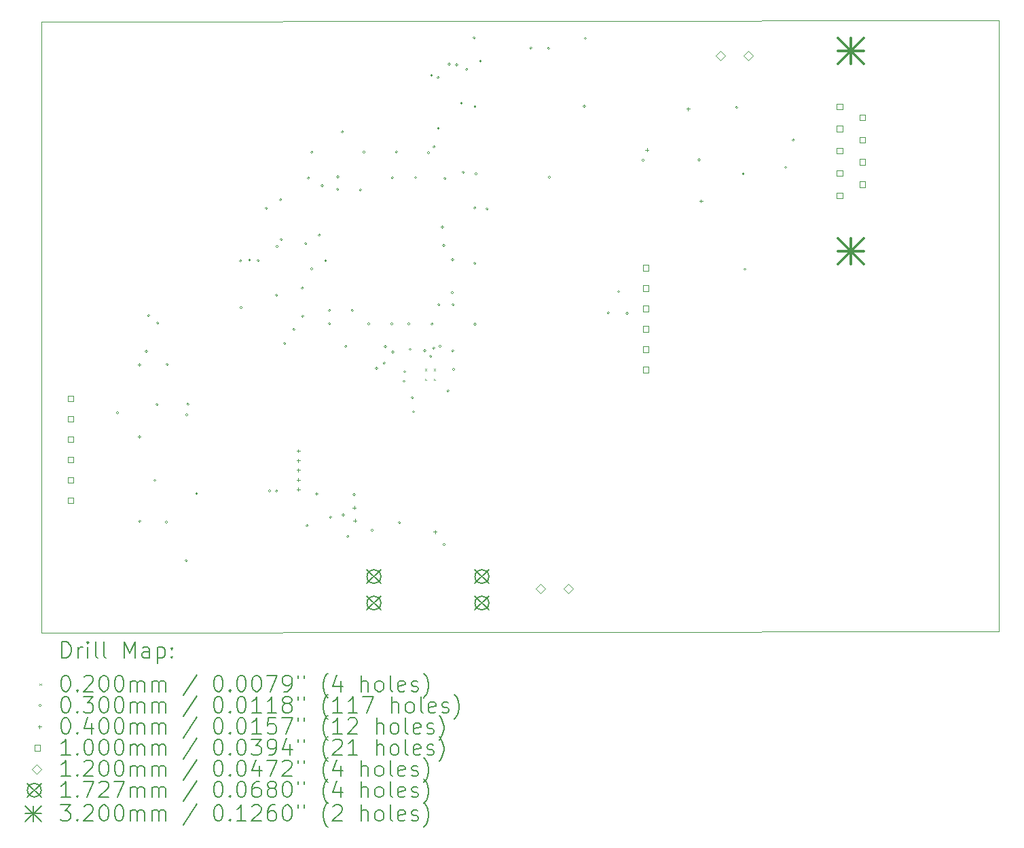
<source format=gbr>
%FSLAX45Y45*%
G04 Gerber Fmt 4.5, Leading zero omitted, Abs format (unit mm)*
G04 Created by KiCad (PCBNEW (6.0.0-0)) date 2023-02-02 14:05:24*
%MOMM*%
%LPD*%
G01*
G04 APERTURE LIST*
%TA.AperFunction,Profile*%
%ADD10C,0.100000*%
%TD*%
%ADD11C,0.200000*%
%ADD12C,0.020000*%
%ADD13C,0.030000*%
%ADD14C,0.040000*%
%ADD15C,0.100000*%
%ADD16C,0.120000*%
%ADD17C,0.172720*%
%ADD18C,0.320000*%
G04 APERTURE END LIST*
D10*
X1524000Y-10668000D02*
X13462000Y-10652760D01*
X1524000Y-3048000D02*
X1524000Y-10668000D01*
X13462000Y-10652760D02*
X13462000Y-3032760D01*
X13462000Y-3032760D02*
X1524000Y-3048000D01*
D11*
D12*
X6305320Y-7379860D02*
X6325320Y-7399860D01*
X6325320Y-7379860D02*
X6305320Y-7399860D01*
X6305320Y-7504860D02*
X6325320Y-7524860D01*
X6325320Y-7504860D02*
X6305320Y-7524860D01*
X6415320Y-7379860D02*
X6435320Y-7399860D01*
X6435320Y-7379860D02*
X6415320Y-7399860D01*
X6415320Y-7504860D02*
X6435320Y-7524860D01*
X6435320Y-7504860D02*
X6415320Y-7524860D01*
D13*
X2485480Y-7927340D02*
G75*
G03*
X2485480Y-7927340I-15000J0D01*
G01*
X2759800Y-7330440D02*
G75*
G03*
X2759800Y-7330440I-15000J0D01*
G01*
X2759800Y-8227060D02*
G75*
G03*
X2759800Y-8227060I-15000J0D01*
G01*
X2762340Y-9278620D02*
G75*
G03*
X2762340Y-9278620I-15000J0D01*
G01*
X2846160Y-7160260D02*
G75*
G03*
X2846160Y-7160260I-15000J0D01*
G01*
X2871560Y-6715760D02*
G75*
G03*
X2871560Y-6715760I-15000J0D01*
G01*
X2950300Y-8770620D02*
G75*
G03*
X2950300Y-8770620I-15000J0D01*
G01*
X2978240Y-7823200D02*
G75*
G03*
X2978240Y-7823200I-15000J0D01*
G01*
X2985860Y-6807200D02*
G75*
G03*
X2985860Y-6807200I-15000J0D01*
G01*
X3095080Y-9288780D02*
G75*
G03*
X3095080Y-9288780I-15000J0D01*
G01*
X3105240Y-7325360D02*
G75*
G03*
X3105240Y-7325360I-15000J0D01*
G01*
X3342400Y-9771380D02*
G75*
G03*
X3342400Y-9771380I-15000J0D01*
G01*
X3346540Y-7952740D02*
G75*
G03*
X3346540Y-7952740I-15000J0D01*
G01*
X3362720Y-7818120D02*
G75*
G03*
X3362720Y-7818120I-15000J0D01*
G01*
X3471000Y-8933180D02*
G75*
G03*
X3471000Y-8933180I-15000J0D01*
G01*
X4020580Y-6032500D02*
G75*
G03*
X4020580Y-6032500I-15000J0D01*
G01*
X4025660Y-6616700D02*
G75*
G03*
X4025660Y-6616700I-15000J0D01*
G01*
X4132340Y-6022340D02*
G75*
G03*
X4132340Y-6022340I-15000J0D01*
G01*
X4239020Y-6027420D02*
G75*
G03*
X4239020Y-6027420I-15000J0D01*
G01*
X4340620Y-5377180D02*
G75*
G03*
X4340620Y-5377180I-15000J0D01*
G01*
X4380360Y-8901800D02*
G75*
G03*
X4380360Y-8901800I-15000J0D01*
G01*
X4467620Y-6459220D02*
G75*
G03*
X4467620Y-6459220I-15000J0D01*
G01*
X4468520Y-8901800D02*
G75*
G03*
X4468520Y-8901800I-15000J0D01*
G01*
X4475240Y-5852160D02*
G75*
G03*
X4475240Y-5852160I-15000J0D01*
G01*
X4520850Y-5270500D02*
G75*
G03*
X4520850Y-5270500I-15000J0D01*
G01*
X4528580Y-5765800D02*
G75*
G03*
X4528580Y-5765800I-15000J0D01*
G01*
X4569220Y-7061200D02*
G75*
G03*
X4569220Y-7061200I-15000J0D01*
G01*
X4683520Y-6886050D02*
G75*
G03*
X4683520Y-6886050I-15000J0D01*
G01*
X4790200Y-6370320D02*
G75*
G03*
X4790200Y-6370320I-15000J0D01*
G01*
X4795280Y-6723380D02*
G75*
G03*
X4795280Y-6723380I-15000J0D01*
G01*
X4830950Y-5816600D02*
G75*
G03*
X4830950Y-5816600I-15000J0D01*
G01*
X4848941Y-9334166D02*
G75*
G03*
X4848941Y-9334166I-15000J0D01*
G01*
X4866510Y-4998720D02*
G75*
G03*
X4866510Y-4998720I-15000J0D01*
G01*
X4907150Y-6131560D02*
G75*
G03*
X4907150Y-6131560I-15000J0D01*
G01*
X4909580Y-4678680D02*
G75*
G03*
X4909580Y-4678680I-15000J0D01*
G01*
X5001020Y-5709920D02*
G75*
G03*
X5001020Y-5709920I-15000J0D01*
G01*
X5039120Y-5095240D02*
G75*
G03*
X5039120Y-5095240I-15000J0D01*
G01*
X5079760Y-6032500D02*
G75*
G03*
X5079760Y-6032500I-15000J0D01*
G01*
X5128020Y-6649720D02*
G75*
G03*
X5128020Y-6649720I-15000J0D01*
G01*
X5128020Y-6817360D02*
G75*
G03*
X5128020Y-6817360I-15000J0D01*
G01*
X5141041Y-9227486D02*
G75*
G03*
X5141041Y-9227486I-15000J0D01*
G01*
X5229620Y-5140960D02*
G75*
G03*
X5229620Y-5140960I-15000J0D01*
G01*
X5232160Y-4986020D02*
G75*
G03*
X5232160Y-4986020I-15000J0D01*
G01*
X5290580Y-4424680D02*
G75*
G03*
X5290580Y-4424680I-15000J0D01*
G01*
X5299201Y-9201986D02*
G75*
G03*
X5299201Y-9201986I-15000J0D01*
G01*
X5331220Y-7099300D02*
G75*
G03*
X5331220Y-7099300I-15000J0D01*
G01*
X5355950Y-9469555D02*
G75*
G03*
X5355950Y-9469555I-15000J0D01*
G01*
X5412390Y-6649720D02*
G75*
G03*
X5412390Y-6649720I-15000J0D01*
G01*
X5436000Y-8948800D02*
G75*
G03*
X5436000Y-8948800I-15000J0D01*
G01*
X5513990Y-5146040D02*
G75*
G03*
X5513990Y-5146040I-15000J0D01*
G01*
X5559820Y-4676140D02*
G75*
G03*
X5559820Y-4676140I-15000J0D01*
G01*
X5618240Y-6817360D02*
G75*
G03*
X5618240Y-6817360I-15000J0D01*
G01*
X5659520Y-9390760D02*
G75*
G03*
X5659520Y-9390760I-15000J0D01*
G01*
X5714760Y-7373620D02*
G75*
G03*
X5714760Y-7373620I-15000J0D01*
G01*
X5808740Y-7307580D02*
G75*
G03*
X5808740Y-7307580I-15000J0D01*
G01*
X5823980Y-7101840D02*
G75*
G03*
X5823980Y-7101840I-15000J0D01*
G01*
X5905150Y-6819900D02*
G75*
G03*
X5905150Y-6819900I-15000J0D01*
G01*
X5910450Y-4996180D02*
G75*
G03*
X5910450Y-4996180I-15000J0D01*
G01*
X5917960Y-7167880D02*
G75*
G03*
X5917960Y-7167880I-15000J0D01*
G01*
X5963680Y-4673600D02*
G75*
G03*
X5963680Y-4673600I-15000J0D01*
G01*
X5999880Y-9296780D02*
G75*
G03*
X5999880Y-9296780I-15000J0D01*
G01*
X6057660Y-7533640D02*
G75*
G03*
X6057660Y-7533640I-15000J0D01*
G01*
X6065280Y-7414260D02*
G75*
G03*
X6065280Y-7414260I-15000J0D01*
G01*
X6116080Y-6817360D02*
G75*
G03*
X6116080Y-6817360I-15000J0D01*
G01*
X6133860Y-7134860D02*
G75*
G03*
X6133860Y-7134860I-15000J0D01*
G01*
X6161800Y-7739380D02*
G75*
G03*
X6161800Y-7739380I-15000J0D01*
G01*
X6177040Y-7914640D02*
G75*
G03*
X6177040Y-7914640I-15000J0D01*
G01*
X6202440Y-4993640D02*
G75*
G03*
X6202440Y-4993640I-15000J0D01*
G01*
X6316740Y-7152640D02*
G75*
G03*
X6316740Y-7152640I-15000J0D01*
G01*
X6362730Y-4686300D02*
G75*
G03*
X6362730Y-4686300I-15000J0D01*
G01*
X6389739Y-7223399D02*
G75*
G03*
X6389739Y-7223399I-15000J0D01*
G01*
X6400560Y-3721100D02*
G75*
G03*
X6400560Y-3721100I-15000J0D01*
G01*
X6405530Y-6819900D02*
G75*
G03*
X6405530Y-6819900I-15000J0D01*
G01*
X6428500Y-7122160D02*
G75*
G03*
X6428500Y-7122160I-15000J0D01*
G01*
X6433580Y-4610100D02*
G75*
G03*
X6433580Y-4610100I-15000J0D01*
G01*
X6484380Y-3746790D02*
G75*
G03*
X6484380Y-3746790I-15000J0D01*
G01*
X6486230Y-4378960D02*
G75*
G03*
X6486230Y-4378960I-15000J0D01*
G01*
X6492000Y-6578600D02*
G75*
G03*
X6492000Y-6578600I-15000J0D01*
G01*
X6507430Y-7096760D02*
G75*
G03*
X6507430Y-7096760I-15000J0D01*
G01*
X6535180Y-5610860D02*
G75*
G03*
X6535180Y-5610860I-15000J0D01*
G01*
X6552960Y-5842000D02*
G75*
G03*
X6552960Y-5842000I-15000J0D01*
G01*
X6558361Y-9570386D02*
G75*
G03*
X6558361Y-9570386I-15000J0D01*
G01*
X6568200Y-5003800D02*
G75*
G03*
X6568200Y-5003800I-15000J0D01*
G01*
X6606300Y-7655560D02*
G75*
G03*
X6606300Y-7655560I-15000J0D01*
G01*
X6621540Y-3578860D02*
G75*
G03*
X6621540Y-3578860I-15000J0D01*
G01*
X6656990Y-6428740D02*
G75*
G03*
X6656990Y-6428740I-15000J0D01*
G01*
X6662180Y-6017150D02*
G75*
G03*
X6662180Y-6017150I-15000J0D01*
G01*
X6665230Y-7155180D02*
G75*
G03*
X6665230Y-7155180I-15000J0D01*
G01*
X6669800Y-6578600D02*
G75*
G03*
X6669800Y-6578600I-15000J0D01*
G01*
X6674880Y-7386320D02*
G75*
G03*
X6674880Y-7386320I-15000J0D01*
G01*
X6712980Y-3589020D02*
G75*
G03*
X6712980Y-3589020I-15000J0D01*
G01*
X6771400Y-4066540D02*
G75*
G03*
X6771400Y-4066540I-15000J0D01*
G01*
X6796800Y-4927600D02*
G75*
G03*
X6796800Y-4927600I-15000J0D01*
G01*
X6837550Y-3644900D02*
G75*
G03*
X6837550Y-3644900I-15000J0D01*
G01*
X6931260Y-3251930D02*
G75*
G03*
X6931260Y-3251930I-15000J0D01*
G01*
X6939040Y-5372100D02*
G75*
G03*
X6939040Y-5372100I-15000J0D01*
G01*
X6941420Y-4107910D02*
G75*
G03*
X6941420Y-4107910I-15000J0D01*
G01*
X6941580Y-6062980D02*
G75*
G03*
X6941580Y-6062980I-15000J0D01*
G01*
X6941580Y-6822550D02*
G75*
G03*
X6941580Y-6822550I-15000J0D01*
G01*
X6954280Y-4947920D02*
G75*
G03*
X6954280Y-4947920I-15000J0D01*
G01*
X7010160Y-3540760D02*
G75*
G03*
X7010160Y-3540760I-15000J0D01*
G01*
X7091440Y-5384800D02*
G75*
G03*
X7091440Y-5384800I-15000J0D01*
G01*
X7637220Y-3378200D02*
G75*
G03*
X7637220Y-3378200I-15000J0D01*
G01*
X7857220Y-3382300D02*
G75*
G03*
X7857220Y-3382300I-15000J0D01*
G01*
X7868680Y-4988560D02*
G75*
G03*
X7868680Y-4988560I-15000J0D01*
G01*
X8305400Y-4105370D02*
G75*
G03*
X8305400Y-4105370I-15000J0D01*
G01*
X8318100Y-3257010D02*
G75*
G03*
X8318100Y-3257010I-15000J0D01*
G01*
X8603780Y-6681120D02*
G75*
G03*
X8603780Y-6681120I-15000J0D01*
G01*
X8733780Y-6415120D02*
G75*
G03*
X8733780Y-6415120I-15000J0D01*
G01*
X8838960Y-6685280D02*
G75*
G03*
X8838960Y-6685280I-15000J0D01*
G01*
X9037080Y-4777740D02*
G75*
G03*
X9037080Y-4777740I-15000J0D01*
G01*
X9735680Y-4774350D02*
G75*
G03*
X9735680Y-4774350I-15000J0D01*
G01*
X10205400Y-4119030D02*
G75*
G03*
X10205400Y-4119030I-15000J0D01*
G01*
X10286760Y-4945380D02*
G75*
G03*
X10286760Y-4945380I-15000J0D01*
G01*
X10307080Y-6136640D02*
G75*
G03*
X10307080Y-6136640I-15000J0D01*
G01*
X10816150Y-4867710D02*
G75*
G03*
X10816150Y-4867710I-15000J0D01*
G01*
X10911600Y-4524810D02*
G75*
G03*
X10911600Y-4524810I-15000J0D01*
G01*
D14*
X4724400Y-8382320D02*
X4724400Y-8422320D01*
X4704400Y-8402320D02*
X4744400Y-8402320D01*
X4724400Y-8502320D02*
X4724400Y-8542320D01*
X4704400Y-8522320D02*
X4744400Y-8522320D01*
X4724400Y-8622320D02*
X4724400Y-8662320D01*
X4704400Y-8642320D02*
X4744400Y-8642320D01*
X4724400Y-8742320D02*
X4724400Y-8782320D01*
X4704400Y-8762320D02*
X4744400Y-8762320D01*
X4724400Y-8862320D02*
X4724400Y-8902320D01*
X4704400Y-8882320D02*
X4744400Y-8882320D01*
X4950181Y-8913746D02*
X4950181Y-8953746D01*
X4930181Y-8933746D02*
X4970181Y-8933746D01*
X5421000Y-9091250D02*
X5421000Y-9131250D01*
X5401000Y-9111250D02*
X5441000Y-9111250D01*
X5431160Y-9251380D02*
X5431160Y-9291380D01*
X5411160Y-9271380D02*
X5451160Y-9271380D01*
X6429741Y-9392806D02*
X6429741Y-9432806D01*
X6409741Y-9412806D02*
X6449741Y-9412806D01*
X9072030Y-4627350D02*
X9072030Y-4667350D01*
X9052030Y-4647350D02*
X9092030Y-4647350D01*
X9584490Y-4116190D02*
X9584490Y-4156190D01*
X9564490Y-4136190D02*
X9604490Y-4136190D01*
X9744960Y-5264890D02*
X9744960Y-5304890D01*
X9724960Y-5284890D02*
X9764960Y-5284890D01*
D15*
X1919136Y-7782396D02*
X1919136Y-7711684D01*
X1848424Y-7711684D01*
X1848424Y-7782396D01*
X1919136Y-7782396D01*
X1919136Y-8036396D02*
X1919136Y-7965684D01*
X1848424Y-7965684D01*
X1848424Y-8036396D01*
X1919136Y-8036396D01*
X1919136Y-8290396D02*
X1919136Y-8219684D01*
X1848424Y-8219684D01*
X1848424Y-8290396D01*
X1919136Y-8290396D01*
X1919136Y-8544396D02*
X1919136Y-8473684D01*
X1848424Y-8473684D01*
X1848424Y-8544396D01*
X1919136Y-8544396D01*
X1919136Y-8798396D02*
X1919136Y-8727684D01*
X1848424Y-8727684D01*
X1848424Y-8798396D01*
X1919136Y-8798396D01*
X1919136Y-9052396D02*
X1919136Y-8981684D01*
X1848424Y-8981684D01*
X1848424Y-9052396D01*
X1919136Y-9052396D01*
X9090456Y-6154216D02*
X9090456Y-6083504D01*
X9019744Y-6083504D01*
X9019744Y-6154216D01*
X9090456Y-6154216D01*
X9090456Y-6408216D02*
X9090456Y-6337504D01*
X9019744Y-6337504D01*
X9019744Y-6408216D01*
X9090456Y-6408216D01*
X9090456Y-6662216D02*
X9090456Y-6591504D01*
X9019744Y-6591504D01*
X9019744Y-6662216D01*
X9090456Y-6662216D01*
X9090456Y-6916216D02*
X9090456Y-6845504D01*
X9019744Y-6845504D01*
X9019744Y-6916216D01*
X9090456Y-6916216D01*
X9090456Y-7170216D02*
X9090456Y-7099504D01*
X9019744Y-7099504D01*
X9019744Y-7170216D01*
X9090456Y-7170216D01*
X9090456Y-7424216D02*
X9090456Y-7353504D01*
X9019744Y-7353504D01*
X9019744Y-7424216D01*
X9090456Y-7424216D01*
X11509606Y-4143046D02*
X11509606Y-4072334D01*
X11438894Y-4072334D01*
X11438894Y-4143046D01*
X11509606Y-4143046D01*
X11509606Y-4420046D02*
X11509606Y-4349334D01*
X11438894Y-4349334D01*
X11438894Y-4420046D01*
X11509606Y-4420046D01*
X11509606Y-4697046D02*
X11509606Y-4626334D01*
X11438894Y-4626334D01*
X11438894Y-4697046D01*
X11509606Y-4697046D01*
X11509606Y-4974046D02*
X11509606Y-4903334D01*
X11438894Y-4903334D01*
X11438894Y-4974046D01*
X11509606Y-4974046D01*
X11509606Y-5251046D02*
X11509606Y-5180334D01*
X11438894Y-5180334D01*
X11438894Y-5251046D01*
X11509606Y-5251046D01*
X11793606Y-4281546D02*
X11793606Y-4210834D01*
X11722894Y-4210834D01*
X11722894Y-4281546D01*
X11793606Y-4281546D01*
X11793606Y-4558546D02*
X11793606Y-4487834D01*
X11722894Y-4487834D01*
X11722894Y-4558546D01*
X11793606Y-4558546D01*
X11793606Y-4835546D02*
X11793606Y-4764834D01*
X11722894Y-4764834D01*
X11722894Y-4835546D01*
X11793606Y-4835546D01*
X11793606Y-5112546D02*
X11793606Y-5041834D01*
X11722894Y-5041834D01*
X11722894Y-5112546D01*
X11793606Y-5112546D01*
D16*
X7742501Y-10177606D02*
X7802501Y-10117606D01*
X7742501Y-10057606D01*
X7682501Y-10117606D01*
X7742501Y-10177606D01*
X8092501Y-10177606D02*
X8152501Y-10117606D01*
X8092501Y-10057606D01*
X8032501Y-10117606D01*
X8092501Y-10177606D01*
X9986260Y-3533870D02*
X10046260Y-3473870D01*
X9986260Y-3413870D01*
X9926260Y-3473870D01*
X9986260Y-3533870D01*
X10336260Y-3533870D02*
X10396260Y-3473870D01*
X10336260Y-3413870D01*
X10276260Y-3473870D01*
X10336260Y-3533870D01*
D17*
X5580701Y-9882806D02*
X5753421Y-10055526D01*
X5753421Y-9882806D02*
X5580701Y-10055526D01*
X5753421Y-9969166D02*
G75*
G03*
X5753421Y-9969166I-86360J0D01*
G01*
X5580701Y-10213006D02*
X5753421Y-10385726D01*
X5753421Y-10213006D02*
X5580701Y-10385726D01*
X5753421Y-10299366D02*
G75*
G03*
X5753421Y-10299366I-86360J0D01*
G01*
X6926901Y-9882806D02*
X7099621Y-10055526D01*
X7099621Y-9882806D02*
X6926901Y-10055526D01*
X7099621Y-9969166D02*
G75*
G03*
X7099621Y-9969166I-86360J0D01*
G01*
X6926901Y-10213006D02*
X7099621Y-10385726D01*
X7099621Y-10213006D02*
X6926901Y-10385726D01*
X7099621Y-10299366D02*
G75*
G03*
X7099621Y-10299366I-86360J0D01*
G01*
D18*
X11456250Y-3251690D02*
X11776250Y-3571690D01*
X11776250Y-3251690D02*
X11456250Y-3571690D01*
X11616250Y-3251690D02*
X11616250Y-3571690D01*
X11456250Y-3411690D02*
X11776250Y-3411690D01*
X11456250Y-5751690D02*
X11776250Y-6071690D01*
X11776250Y-5751690D02*
X11456250Y-6071690D01*
X11616250Y-5751690D02*
X11616250Y-6071690D01*
X11456250Y-5911690D02*
X11776250Y-5911690D01*
D11*
X1776619Y-10983476D02*
X1776619Y-10783476D01*
X1824238Y-10783476D01*
X1852809Y-10793000D01*
X1871857Y-10812048D01*
X1881381Y-10831095D01*
X1890905Y-10869190D01*
X1890905Y-10897762D01*
X1881381Y-10935857D01*
X1871857Y-10954905D01*
X1852809Y-10973952D01*
X1824238Y-10983476D01*
X1776619Y-10983476D01*
X1976619Y-10983476D02*
X1976619Y-10850143D01*
X1976619Y-10888238D02*
X1986143Y-10869190D01*
X1995667Y-10859667D01*
X2014714Y-10850143D01*
X2033762Y-10850143D01*
X2100429Y-10983476D02*
X2100429Y-10850143D01*
X2100429Y-10783476D02*
X2090905Y-10793000D01*
X2100429Y-10802524D01*
X2109952Y-10793000D01*
X2100429Y-10783476D01*
X2100429Y-10802524D01*
X2224238Y-10983476D02*
X2205190Y-10973952D01*
X2195667Y-10954905D01*
X2195667Y-10783476D01*
X2329000Y-10983476D02*
X2309952Y-10973952D01*
X2300429Y-10954905D01*
X2300429Y-10783476D01*
X2557571Y-10983476D02*
X2557571Y-10783476D01*
X2624238Y-10926333D01*
X2690905Y-10783476D01*
X2690905Y-10983476D01*
X2871857Y-10983476D02*
X2871857Y-10878714D01*
X2862333Y-10859667D01*
X2843286Y-10850143D01*
X2805190Y-10850143D01*
X2786143Y-10859667D01*
X2871857Y-10973952D02*
X2852809Y-10983476D01*
X2805190Y-10983476D01*
X2786143Y-10973952D01*
X2776619Y-10954905D01*
X2776619Y-10935857D01*
X2786143Y-10916810D01*
X2805190Y-10907286D01*
X2852809Y-10907286D01*
X2871857Y-10897762D01*
X2967095Y-10850143D02*
X2967095Y-11050143D01*
X2967095Y-10859667D02*
X2986143Y-10850143D01*
X3024238Y-10850143D01*
X3043286Y-10859667D01*
X3052809Y-10869190D01*
X3062333Y-10888238D01*
X3062333Y-10945381D01*
X3052809Y-10964429D01*
X3043286Y-10973952D01*
X3024238Y-10983476D01*
X2986143Y-10983476D01*
X2967095Y-10973952D01*
X3148048Y-10964429D02*
X3157571Y-10973952D01*
X3148048Y-10983476D01*
X3138524Y-10973952D01*
X3148048Y-10964429D01*
X3148048Y-10983476D01*
X3148048Y-10859667D02*
X3157571Y-10869190D01*
X3148048Y-10878714D01*
X3138524Y-10869190D01*
X3148048Y-10859667D01*
X3148048Y-10878714D01*
D12*
X1499000Y-11303000D02*
X1519000Y-11323000D01*
X1519000Y-11303000D02*
X1499000Y-11323000D01*
D11*
X1814714Y-11203476D02*
X1833762Y-11203476D01*
X1852809Y-11213000D01*
X1862333Y-11222524D01*
X1871857Y-11241571D01*
X1881381Y-11279667D01*
X1881381Y-11327286D01*
X1871857Y-11365381D01*
X1862333Y-11384428D01*
X1852809Y-11393952D01*
X1833762Y-11403476D01*
X1814714Y-11403476D01*
X1795667Y-11393952D01*
X1786143Y-11384428D01*
X1776619Y-11365381D01*
X1767095Y-11327286D01*
X1767095Y-11279667D01*
X1776619Y-11241571D01*
X1786143Y-11222524D01*
X1795667Y-11213000D01*
X1814714Y-11203476D01*
X1967095Y-11384428D02*
X1976619Y-11393952D01*
X1967095Y-11403476D01*
X1957571Y-11393952D01*
X1967095Y-11384428D01*
X1967095Y-11403476D01*
X2052809Y-11222524D02*
X2062333Y-11213000D01*
X2081381Y-11203476D01*
X2129000Y-11203476D01*
X2148048Y-11213000D01*
X2157571Y-11222524D01*
X2167095Y-11241571D01*
X2167095Y-11260619D01*
X2157571Y-11289190D01*
X2043286Y-11403476D01*
X2167095Y-11403476D01*
X2290905Y-11203476D02*
X2309952Y-11203476D01*
X2329000Y-11213000D01*
X2338524Y-11222524D01*
X2348048Y-11241571D01*
X2357571Y-11279667D01*
X2357571Y-11327286D01*
X2348048Y-11365381D01*
X2338524Y-11384428D01*
X2329000Y-11393952D01*
X2309952Y-11403476D01*
X2290905Y-11403476D01*
X2271857Y-11393952D01*
X2262333Y-11384428D01*
X2252810Y-11365381D01*
X2243286Y-11327286D01*
X2243286Y-11279667D01*
X2252810Y-11241571D01*
X2262333Y-11222524D01*
X2271857Y-11213000D01*
X2290905Y-11203476D01*
X2481381Y-11203476D02*
X2500429Y-11203476D01*
X2519476Y-11213000D01*
X2529000Y-11222524D01*
X2538524Y-11241571D01*
X2548048Y-11279667D01*
X2548048Y-11327286D01*
X2538524Y-11365381D01*
X2529000Y-11384428D01*
X2519476Y-11393952D01*
X2500429Y-11403476D01*
X2481381Y-11403476D01*
X2462333Y-11393952D01*
X2452810Y-11384428D01*
X2443286Y-11365381D01*
X2433762Y-11327286D01*
X2433762Y-11279667D01*
X2443286Y-11241571D01*
X2452810Y-11222524D01*
X2462333Y-11213000D01*
X2481381Y-11203476D01*
X2633762Y-11403476D02*
X2633762Y-11270143D01*
X2633762Y-11289190D02*
X2643286Y-11279667D01*
X2662333Y-11270143D01*
X2690905Y-11270143D01*
X2709952Y-11279667D01*
X2719476Y-11298714D01*
X2719476Y-11403476D01*
X2719476Y-11298714D02*
X2729000Y-11279667D01*
X2748048Y-11270143D01*
X2776619Y-11270143D01*
X2795667Y-11279667D01*
X2805190Y-11298714D01*
X2805190Y-11403476D01*
X2900428Y-11403476D02*
X2900428Y-11270143D01*
X2900428Y-11289190D02*
X2909952Y-11279667D01*
X2929000Y-11270143D01*
X2957571Y-11270143D01*
X2976619Y-11279667D01*
X2986143Y-11298714D01*
X2986143Y-11403476D01*
X2986143Y-11298714D02*
X2995667Y-11279667D01*
X3014714Y-11270143D01*
X3043286Y-11270143D01*
X3062333Y-11279667D01*
X3071857Y-11298714D01*
X3071857Y-11403476D01*
X3462333Y-11193952D02*
X3290905Y-11451095D01*
X3719476Y-11203476D02*
X3738524Y-11203476D01*
X3757571Y-11213000D01*
X3767095Y-11222524D01*
X3776619Y-11241571D01*
X3786143Y-11279667D01*
X3786143Y-11327286D01*
X3776619Y-11365381D01*
X3767095Y-11384428D01*
X3757571Y-11393952D01*
X3738524Y-11403476D01*
X3719476Y-11403476D01*
X3700428Y-11393952D01*
X3690905Y-11384428D01*
X3681381Y-11365381D01*
X3671857Y-11327286D01*
X3671857Y-11279667D01*
X3681381Y-11241571D01*
X3690905Y-11222524D01*
X3700428Y-11213000D01*
X3719476Y-11203476D01*
X3871857Y-11384428D02*
X3881381Y-11393952D01*
X3871857Y-11403476D01*
X3862333Y-11393952D01*
X3871857Y-11384428D01*
X3871857Y-11403476D01*
X4005190Y-11203476D02*
X4024238Y-11203476D01*
X4043286Y-11213000D01*
X4052809Y-11222524D01*
X4062333Y-11241571D01*
X4071857Y-11279667D01*
X4071857Y-11327286D01*
X4062333Y-11365381D01*
X4052809Y-11384428D01*
X4043286Y-11393952D01*
X4024238Y-11403476D01*
X4005190Y-11403476D01*
X3986143Y-11393952D01*
X3976619Y-11384428D01*
X3967095Y-11365381D01*
X3957571Y-11327286D01*
X3957571Y-11279667D01*
X3967095Y-11241571D01*
X3976619Y-11222524D01*
X3986143Y-11213000D01*
X4005190Y-11203476D01*
X4195667Y-11203476D02*
X4214714Y-11203476D01*
X4233762Y-11213000D01*
X4243286Y-11222524D01*
X4252810Y-11241571D01*
X4262333Y-11279667D01*
X4262333Y-11327286D01*
X4252810Y-11365381D01*
X4243286Y-11384428D01*
X4233762Y-11393952D01*
X4214714Y-11403476D01*
X4195667Y-11403476D01*
X4176619Y-11393952D01*
X4167095Y-11384428D01*
X4157571Y-11365381D01*
X4148048Y-11327286D01*
X4148048Y-11279667D01*
X4157571Y-11241571D01*
X4167095Y-11222524D01*
X4176619Y-11213000D01*
X4195667Y-11203476D01*
X4329000Y-11203476D02*
X4462333Y-11203476D01*
X4376619Y-11403476D01*
X4548048Y-11403476D02*
X4586143Y-11403476D01*
X4605190Y-11393952D01*
X4614714Y-11384428D01*
X4633762Y-11355857D01*
X4643286Y-11317762D01*
X4643286Y-11241571D01*
X4633762Y-11222524D01*
X4624238Y-11213000D01*
X4605190Y-11203476D01*
X4567095Y-11203476D01*
X4548048Y-11213000D01*
X4538524Y-11222524D01*
X4529000Y-11241571D01*
X4529000Y-11289190D01*
X4538524Y-11308238D01*
X4548048Y-11317762D01*
X4567095Y-11327286D01*
X4605190Y-11327286D01*
X4624238Y-11317762D01*
X4633762Y-11308238D01*
X4643286Y-11289190D01*
X4719476Y-11203476D02*
X4719476Y-11241571D01*
X4795667Y-11203476D02*
X4795667Y-11241571D01*
X5090905Y-11479667D02*
X5081381Y-11470143D01*
X5062333Y-11441571D01*
X5052810Y-11422524D01*
X5043286Y-11393952D01*
X5033762Y-11346333D01*
X5033762Y-11308238D01*
X5043286Y-11260619D01*
X5052810Y-11232048D01*
X5062333Y-11213000D01*
X5081381Y-11184429D01*
X5090905Y-11174905D01*
X5252810Y-11270143D02*
X5252810Y-11403476D01*
X5205190Y-11193952D02*
X5157571Y-11336809D01*
X5281381Y-11336809D01*
X5509952Y-11403476D02*
X5509952Y-11203476D01*
X5595667Y-11403476D02*
X5595667Y-11298714D01*
X5586143Y-11279667D01*
X5567095Y-11270143D01*
X5538524Y-11270143D01*
X5519476Y-11279667D01*
X5509952Y-11289190D01*
X5719476Y-11403476D02*
X5700428Y-11393952D01*
X5690905Y-11384428D01*
X5681381Y-11365381D01*
X5681381Y-11308238D01*
X5690905Y-11289190D01*
X5700428Y-11279667D01*
X5719476Y-11270143D01*
X5748048Y-11270143D01*
X5767095Y-11279667D01*
X5776619Y-11289190D01*
X5786143Y-11308238D01*
X5786143Y-11365381D01*
X5776619Y-11384428D01*
X5767095Y-11393952D01*
X5748048Y-11403476D01*
X5719476Y-11403476D01*
X5900428Y-11403476D02*
X5881381Y-11393952D01*
X5871857Y-11374905D01*
X5871857Y-11203476D01*
X6052809Y-11393952D02*
X6033762Y-11403476D01*
X5995667Y-11403476D01*
X5976619Y-11393952D01*
X5967095Y-11374905D01*
X5967095Y-11298714D01*
X5976619Y-11279667D01*
X5995667Y-11270143D01*
X6033762Y-11270143D01*
X6052809Y-11279667D01*
X6062333Y-11298714D01*
X6062333Y-11317762D01*
X5967095Y-11336809D01*
X6138524Y-11393952D02*
X6157571Y-11403476D01*
X6195667Y-11403476D01*
X6214714Y-11393952D01*
X6224238Y-11374905D01*
X6224238Y-11365381D01*
X6214714Y-11346333D01*
X6195667Y-11336809D01*
X6167095Y-11336809D01*
X6148048Y-11327286D01*
X6138524Y-11308238D01*
X6138524Y-11298714D01*
X6148048Y-11279667D01*
X6167095Y-11270143D01*
X6195667Y-11270143D01*
X6214714Y-11279667D01*
X6290905Y-11479667D02*
X6300428Y-11470143D01*
X6319476Y-11441571D01*
X6329000Y-11422524D01*
X6338524Y-11393952D01*
X6348048Y-11346333D01*
X6348048Y-11308238D01*
X6338524Y-11260619D01*
X6329000Y-11232048D01*
X6319476Y-11213000D01*
X6300428Y-11184429D01*
X6290905Y-11174905D01*
D13*
X1519000Y-11577000D02*
G75*
G03*
X1519000Y-11577000I-15000J0D01*
G01*
D11*
X1814714Y-11467476D02*
X1833762Y-11467476D01*
X1852809Y-11477000D01*
X1862333Y-11486524D01*
X1871857Y-11505571D01*
X1881381Y-11543667D01*
X1881381Y-11591286D01*
X1871857Y-11629381D01*
X1862333Y-11648428D01*
X1852809Y-11657952D01*
X1833762Y-11667476D01*
X1814714Y-11667476D01*
X1795667Y-11657952D01*
X1786143Y-11648428D01*
X1776619Y-11629381D01*
X1767095Y-11591286D01*
X1767095Y-11543667D01*
X1776619Y-11505571D01*
X1786143Y-11486524D01*
X1795667Y-11477000D01*
X1814714Y-11467476D01*
X1967095Y-11648428D02*
X1976619Y-11657952D01*
X1967095Y-11667476D01*
X1957571Y-11657952D01*
X1967095Y-11648428D01*
X1967095Y-11667476D01*
X2043286Y-11467476D02*
X2167095Y-11467476D01*
X2100429Y-11543667D01*
X2129000Y-11543667D01*
X2148048Y-11553190D01*
X2157571Y-11562714D01*
X2167095Y-11581762D01*
X2167095Y-11629381D01*
X2157571Y-11648428D01*
X2148048Y-11657952D01*
X2129000Y-11667476D01*
X2071857Y-11667476D01*
X2052809Y-11657952D01*
X2043286Y-11648428D01*
X2290905Y-11467476D02*
X2309952Y-11467476D01*
X2329000Y-11477000D01*
X2338524Y-11486524D01*
X2348048Y-11505571D01*
X2357571Y-11543667D01*
X2357571Y-11591286D01*
X2348048Y-11629381D01*
X2338524Y-11648428D01*
X2329000Y-11657952D01*
X2309952Y-11667476D01*
X2290905Y-11667476D01*
X2271857Y-11657952D01*
X2262333Y-11648428D01*
X2252810Y-11629381D01*
X2243286Y-11591286D01*
X2243286Y-11543667D01*
X2252810Y-11505571D01*
X2262333Y-11486524D01*
X2271857Y-11477000D01*
X2290905Y-11467476D01*
X2481381Y-11467476D02*
X2500429Y-11467476D01*
X2519476Y-11477000D01*
X2529000Y-11486524D01*
X2538524Y-11505571D01*
X2548048Y-11543667D01*
X2548048Y-11591286D01*
X2538524Y-11629381D01*
X2529000Y-11648428D01*
X2519476Y-11657952D01*
X2500429Y-11667476D01*
X2481381Y-11667476D01*
X2462333Y-11657952D01*
X2452810Y-11648428D01*
X2443286Y-11629381D01*
X2433762Y-11591286D01*
X2433762Y-11543667D01*
X2443286Y-11505571D01*
X2452810Y-11486524D01*
X2462333Y-11477000D01*
X2481381Y-11467476D01*
X2633762Y-11667476D02*
X2633762Y-11534143D01*
X2633762Y-11553190D02*
X2643286Y-11543667D01*
X2662333Y-11534143D01*
X2690905Y-11534143D01*
X2709952Y-11543667D01*
X2719476Y-11562714D01*
X2719476Y-11667476D01*
X2719476Y-11562714D02*
X2729000Y-11543667D01*
X2748048Y-11534143D01*
X2776619Y-11534143D01*
X2795667Y-11543667D01*
X2805190Y-11562714D01*
X2805190Y-11667476D01*
X2900428Y-11667476D02*
X2900428Y-11534143D01*
X2900428Y-11553190D02*
X2909952Y-11543667D01*
X2929000Y-11534143D01*
X2957571Y-11534143D01*
X2976619Y-11543667D01*
X2986143Y-11562714D01*
X2986143Y-11667476D01*
X2986143Y-11562714D02*
X2995667Y-11543667D01*
X3014714Y-11534143D01*
X3043286Y-11534143D01*
X3062333Y-11543667D01*
X3071857Y-11562714D01*
X3071857Y-11667476D01*
X3462333Y-11457952D02*
X3290905Y-11715095D01*
X3719476Y-11467476D02*
X3738524Y-11467476D01*
X3757571Y-11477000D01*
X3767095Y-11486524D01*
X3776619Y-11505571D01*
X3786143Y-11543667D01*
X3786143Y-11591286D01*
X3776619Y-11629381D01*
X3767095Y-11648428D01*
X3757571Y-11657952D01*
X3738524Y-11667476D01*
X3719476Y-11667476D01*
X3700428Y-11657952D01*
X3690905Y-11648428D01*
X3681381Y-11629381D01*
X3671857Y-11591286D01*
X3671857Y-11543667D01*
X3681381Y-11505571D01*
X3690905Y-11486524D01*
X3700428Y-11477000D01*
X3719476Y-11467476D01*
X3871857Y-11648428D02*
X3881381Y-11657952D01*
X3871857Y-11667476D01*
X3862333Y-11657952D01*
X3871857Y-11648428D01*
X3871857Y-11667476D01*
X4005190Y-11467476D02*
X4024238Y-11467476D01*
X4043286Y-11477000D01*
X4052809Y-11486524D01*
X4062333Y-11505571D01*
X4071857Y-11543667D01*
X4071857Y-11591286D01*
X4062333Y-11629381D01*
X4052809Y-11648428D01*
X4043286Y-11657952D01*
X4024238Y-11667476D01*
X4005190Y-11667476D01*
X3986143Y-11657952D01*
X3976619Y-11648428D01*
X3967095Y-11629381D01*
X3957571Y-11591286D01*
X3957571Y-11543667D01*
X3967095Y-11505571D01*
X3976619Y-11486524D01*
X3986143Y-11477000D01*
X4005190Y-11467476D01*
X4262333Y-11667476D02*
X4148048Y-11667476D01*
X4205190Y-11667476D02*
X4205190Y-11467476D01*
X4186143Y-11496048D01*
X4167095Y-11515095D01*
X4148048Y-11524619D01*
X4452810Y-11667476D02*
X4338524Y-11667476D01*
X4395667Y-11667476D02*
X4395667Y-11467476D01*
X4376619Y-11496048D01*
X4357571Y-11515095D01*
X4338524Y-11524619D01*
X4567095Y-11553190D02*
X4548048Y-11543667D01*
X4538524Y-11534143D01*
X4529000Y-11515095D01*
X4529000Y-11505571D01*
X4538524Y-11486524D01*
X4548048Y-11477000D01*
X4567095Y-11467476D01*
X4605190Y-11467476D01*
X4624238Y-11477000D01*
X4633762Y-11486524D01*
X4643286Y-11505571D01*
X4643286Y-11515095D01*
X4633762Y-11534143D01*
X4624238Y-11543667D01*
X4605190Y-11553190D01*
X4567095Y-11553190D01*
X4548048Y-11562714D01*
X4538524Y-11572238D01*
X4529000Y-11591286D01*
X4529000Y-11629381D01*
X4538524Y-11648428D01*
X4548048Y-11657952D01*
X4567095Y-11667476D01*
X4605190Y-11667476D01*
X4624238Y-11657952D01*
X4633762Y-11648428D01*
X4643286Y-11629381D01*
X4643286Y-11591286D01*
X4633762Y-11572238D01*
X4624238Y-11562714D01*
X4605190Y-11553190D01*
X4719476Y-11467476D02*
X4719476Y-11505571D01*
X4795667Y-11467476D02*
X4795667Y-11505571D01*
X5090905Y-11743667D02*
X5081381Y-11734143D01*
X5062333Y-11705571D01*
X5052810Y-11686524D01*
X5043286Y-11657952D01*
X5033762Y-11610333D01*
X5033762Y-11572238D01*
X5043286Y-11524619D01*
X5052810Y-11496048D01*
X5062333Y-11477000D01*
X5081381Y-11448428D01*
X5090905Y-11438905D01*
X5271857Y-11667476D02*
X5157571Y-11667476D01*
X5214714Y-11667476D02*
X5214714Y-11467476D01*
X5195667Y-11496048D01*
X5176619Y-11515095D01*
X5157571Y-11524619D01*
X5462333Y-11667476D02*
X5348048Y-11667476D01*
X5405190Y-11667476D02*
X5405190Y-11467476D01*
X5386143Y-11496048D01*
X5367095Y-11515095D01*
X5348048Y-11524619D01*
X5529000Y-11467476D02*
X5662333Y-11467476D01*
X5576619Y-11667476D01*
X5890905Y-11667476D02*
X5890905Y-11467476D01*
X5976619Y-11667476D02*
X5976619Y-11562714D01*
X5967095Y-11543667D01*
X5948048Y-11534143D01*
X5919476Y-11534143D01*
X5900428Y-11543667D01*
X5890905Y-11553190D01*
X6100428Y-11667476D02*
X6081381Y-11657952D01*
X6071857Y-11648428D01*
X6062333Y-11629381D01*
X6062333Y-11572238D01*
X6071857Y-11553190D01*
X6081381Y-11543667D01*
X6100428Y-11534143D01*
X6129000Y-11534143D01*
X6148048Y-11543667D01*
X6157571Y-11553190D01*
X6167095Y-11572238D01*
X6167095Y-11629381D01*
X6157571Y-11648428D01*
X6148048Y-11657952D01*
X6129000Y-11667476D01*
X6100428Y-11667476D01*
X6281381Y-11667476D02*
X6262333Y-11657952D01*
X6252809Y-11638905D01*
X6252809Y-11467476D01*
X6433762Y-11657952D02*
X6414714Y-11667476D01*
X6376619Y-11667476D01*
X6357571Y-11657952D01*
X6348048Y-11638905D01*
X6348048Y-11562714D01*
X6357571Y-11543667D01*
X6376619Y-11534143D01*
X6414714Y-11534143D01*
X6433762Y-11543667D01*
X6443286Y-11562714D01*
X6443286Y-11581762D01*
X6348048Y-11600809D01*
X6519476Y-11657952D02*
X6538524Y-11667476D01*
X6576619Y-11667476D01*
X6595667Y-11657952D01*
X6605190Y-11638905D01*
X6605190Y-11629381D01*
X6595667Y-11610333D01*
X6576619Y-11600809D01*
X6548048Y-11600809D01*
X6529000Y-11591286D01*
X6519476Y-11572238D01*
X6519476Y-11562714D01*
X6529000Y-11543667D01*
X6548048Y-11534143D01*
X6576619Y-11534143D01*
X6595667Y-11543667D01*
X6671857Y-11743667D02*
X6681381Y-11734143D01*
X6700428Y-11705571D01*
X6709952Y-11686524D01*
X6719476Y-11657952D01*
X6729000Y-11610333D01*
X6729000Y-11572238D01*
X6719476Y-11524619D01*
X6709952Y-11496048D01*
X6700428Y-11477000D01*
X6681381Y-11448428D01*
X6671857Y-11438905D01*
D14*
X1499000Y-11821000D02*
X1499000Y-11861000D01*
X1479000Y-11841000D02*
X1519000Y-11841000D01*
D11*
X1814714Y-11731476D02*
X1833762Y-11731476D01*
X1852809Y-11741000D01*
X1862333Y-11750524D01*
X1871857Y-11769571D01*
X1881381Y-11807667D01*
X1881381Y-11855286D01*
X1871857Y-11893381D01*
X1862333Y-11912428D01*
X1852809Y-11921952D01*
X1833762Y-11931476D01*
X1814714Y-11931476D01*
X1795667Y-11921952D01*
X1786143Y-11912428D01*
X1776619Y-11893381D01*
X1767095Y-11855286D01*
X1767095Y-11807667D01*
X1776619Y-11769571D01*
X1786143Y-11750524D01*
X1795667Y-11741000D01*
X1814714Y-11731476D01*
X1967095Y-11912428D02*
X1976619Y-11921952D01*
X1967095Y-11931476D01*
X1957571Y-11921952D01*
X1967095Y-11912428D01*
X1967095Y-11931476D01*
X2148048Y-11798143D02*
X2148048Y-11931476D01*
X2100429Y-11721952D02*
X2052809Y-11864809D01*
X2176619Y-11864809D01*
X2290905Y-11731476D02*
X2309952Y-11731476D01*
X2329000Y-11741000D01*
X2338524Y-11750524D01*
X2348048Y-11769571D01*
X2357571Y-11807667D01*
X2357571Y-11855286D01*
X2348048Y-11893381D01*
X2338524Y-11912428D01*
X2329000Y-11921952D01*
X2309952Y-11931476D01*
X2290905Y-11931476D01*
X2271857Y-11921952D01*
X2262333Y-11912428D01*
X2252810Y-11893381D01*
X2243286Y-11855286D01*
X2243286Y-11807667D01*
X2252810Y-11769571D01*
X2262333Y-11750524D01*
X2271857Y-11741000D01*
X2290905Y-11731476D01*
X2481381Y-11731476D02*
X2500429Y-11731476D01*
X2519476Y-11741000D01*
X2529000Y-11750524D01*
X2538524Y-11769571D01*
X2548048Y-11807667D01*
X2548048Y-11855286D01*
X2538524Y-11893381D01*
X2529000Y-11912428D01*
X2519476Y-11921952D01*
X2500429Y-11931476D01*
X2481381Y-11931476D01*
X2462333Y-11921952D01*
X2452810Y-11912428D01*
X2443286Y-11893381D01*
X2433762Y-11855286D01*
X2433762Y-11807667D01*
X2443286Y-11769571D01*
X2452810Y-11750524D01*
X2462333Y-11741000D01*
X2481381Y-11731476D01*
X2633762Y-11931476D02*
X2633762Y-11798143D01*
X2633762Y-11817190D02*
X2643286Y-11807667D01*
X2662333Y-11798143D01*
X2690905Y-11798143D01*
X2709952Y-11807667D01*
X2719476Y-11826714D01*
X2719476Y-11931476D01*
X2719476Y-11826714D02*
X2729000Y-11807667D01*
X2748048Y-11798143D01*
X2776619Y-11798143D01*
X2795667Y-11807667D01*
X2805190Y-11826714D01*
X2805190Y-11931476D01*
X2900428Y-11931476D02*
X2900428Y-11798143D01*
X2900428Y-11817190D02*
X2909952Y-11807667D01*
X2929000Y-11798143D01*
X2957571Y-11798143D01*
X2976619Y-11807667D01*
X2986143Y-11826714D01*
X2986143Y-11931476D01*
X2986143Y-11826714D02*
X2995667Y-11807667D01*
X3014714Y-11798143D01*
X3043286Y-11798143D01*
X3062333Y-11807667D01*
X3071857Y-11826714D01*
X3071857Y-11931476D01*
X3462333Y-11721952D02*
X3290905Y-11979095D01*
X3719476Y-11731476D02*
X3738524Y-11731476D01*
X3757571Y-11741000D01*
X3767095Y-11750524D01*
X3776619Y-11769571D01*
X3786143Y-11807667D01*
X3786143Y-11855286D01*
X3776619Y-11893381D01*
X3767095Y-11912428D01*
X3757571Y-11921952D01*
X3738524Y-11931476D01*
X3719476Y-11931476D01*
X3700428Y-11921952D01*
X3690905Y-11912428D01*
X3681381Y-11893381D01*
X3671857Y-11855286D01*
X3671857Y-11807667D01*
X3681381Y-11769571D01*
X3690905Y-11750524D01*
X3700428Y-11741000D01*
X3719476Y-11731476D01*
X3871857Y-11912428D02*
X3881381Y-11921952D01*
X3871857Y-11931476D01*
X3862333Y-11921952D01*
X3871857Y-11912428D01*
X3871857Y-11931476D01*
X4005190Y-11731476D02*
X4024238Y-11731476D01*
X4043286Y-11741000D01*
X4052809Y-11750524D01*
X4062333Y-11769571D01*
X4071857Y-11807667D01*
X4071857Y-11855286D01*
X4062333Y-11893381D01*
X4052809Y-11912428D01*
X4043286Y-11921952D01*
X4024238Y-11931476D01*
X4005190Y-11931476D01*
X3986143Y-11921952D01*
X3976619Y-11912428D01*
X3967095Y-11893381D01*
X3957571Y-11855286D01*
X3957571Y-11807667D01*
X3967095Y-11769571D01*
X3976619Y-11750524D01*
X3986143Y-11741000D01*
X4005190Y-11731476D01*
X4262333Y-11931476D02*
X4148048Y-11931476D01*
X4205190Y-11931476D02*
X4205190Y-11731476D01*
X4186143Y-11760048D01*
X4167095Y-11779095D01*
X4148048Y-11788619D01*
X4443286Y-11731476D02*
X4348048Y-11731476D01*
X4338524Y-11826714D01*
X4348048Y-11817190D01*
X4367095Y-11807667D01*
X4414714Y-11807667D01*
X4433762Y-11817190D01*
X4443286Y-11826714D01*
X4452810Y-11845762D01*
X4452810Y-11893381D01*
X4443286Y-11912428D01*
X4433762Y-11921952D01*
X4414714Y-11931476D01*
X4367095Y-11931476D01*
X4348048Y-11921952D01*
X4338524Y-11912428D01*
X4519476Y-11731476D02*
X4652810Y-11731476D01*
X4567095Y-11931476D01*
X4719476Y-11731476D02*
X4719476Y-11769571D01*
X4795667Y-11731476D02*
X4795667Y-11769571D01*
X5090905Y-12007667D02*
X5081381Y-11998143D01*
X5062333Y-11969571D01*
X5052810Y-11950524D01*
X5043286Y-11921952D01*
X5033762Y-11874333D01*
X5033762Y-11836238D01*
X5043286Y-11788619D01*
X5052810Y-11760048D01*
X5062333Y-11741000D01*
X5081381Y-11712428D01*
X5090905Y-11702905D01*
X5271857Y-11931476D02*
X5157571Y-11931476D01*
X5214714Y-11931476D02*
X5214714Y-11731476D01*
X5195667Y-11760048D01*
X5176619Y-11779095D01*
X5157571Y-11788619D01*
X5348048Y-11750524D02*
X5357571Y-11741000D01*
X5376619Y-11731476D01*
X5424238Y-11731476D01*
X5443286Y-11741000D01*
X5452810Y-11750524D01*
X5462333Y-11769571D01*
X5462333Y-11788619D01*
X5452810Y-11817190D01*
X5338524Y-11931476D01*
X5462333Y-11931476D01*
X5700428Y-11931476D02*
X5700428Y-11731476D01*
X5786143Y-11931476D02*
X5786143Y-11826714D01*
X5776619Y-11807667D01*
X5757571Y-11798143D01*
X5729000Y-11798143D01*
X5709952Y-11807667D01*
X5700428Y-11817190D01*
X5909952Y-11931476D02*
X5890905Y-11921952D01*
X5881381Y-11912428D01*
X5871857Y-11893381D01*
X5871857Y-11836238D01*
X5881381Y-11817190D01*
X5890905Y-11807667D01*
X5909952Y-11798143D01*
X5938524Y-11798143D01*
X5957571Y-11807667D01*
X5967095Y-11817190D01*
X5976619Y-11836238D01*
X5976619Y-11893381D01*
X5967095Y-11912428D01*
X5957571Y-11921952D01*
X5938524Y-11931476D01*
X5909952Y-11931476D01*
X6090905Y-11931476D02*
X6071857Y-11921952D01*
X6062333Y-11902905D01*
X6062333Y-11731476D01*
X6243286Y-11921952D02*
X6224238Y-11931476D01*
X6186143Y-11931476D01*
X6167095Y-11921952D01*
X6157571Y-11902905D01*
X6157571Y-11826714D01*
X6167095Y-11807667D01*
X6186143Y-11798143D01*
X6224238Y-11798143D01*
X6243286Y-11807667D01*
X6252809Y-11826714D01*
X6252809Y-11845762D01*
X6157571Y-11864809D01*
X6329000Y-11921952D02*
X6348048Y-11931476D01*
X6386143Y-11931476D01*
X6405190Y-11921952D01*
X6414714Y-11902905D01*
X6414714Y-11893381D01*
X6405190Y-11874333D01*
X6386143Y-11864809D01*
X6357571Y-11864809D01*
X6338524Y-11855286D01*
X6329000Y-11836238D01*
X6329000Y-11826714D01*
X6338524Y-11807667D01*
X6357571Y-11798143D01*
X6386143Y-11798143D01*
X6405190Y-11807667D01*
X6481381Y-12007667D02*
X6490905Y-11998143D01*
X6509952Y-11969571D01*
X6519476Y-11950524D01*
X6529000Y-11921952D01*
X6538524Y-11874333D01*
X6538524Y-11836238D01*
X6529000Y-11788619D01*
X6519476Y-11760048D01*
X6509952Y-11741000D01*
X6490905Y-11712428D01*
X6481381Y-11702905D01*
D15*
X1504356Y-12140356D02*
X1504356Y-12069644D01*
X1433644Y-12069644D01*
X1433644Y-12140356D01*
X1504356Y-12140356D01*
D11*
X1881381Y-12195476D02*
X1767095Y-12195476D01*
X1824238Y-12195476D02*
X1824238Y-11995476D01*
X1805190Y-12024048D01*
X1786143Y-12043095D01*
X1767095Y-12052619D01*
X1967095Y-12176428D02*
X1976619Y-12185952D01*
X1967095Y-12195476D01*
X1957571Y-12185952D01*
X1967095Y-12176428D01*
X1967095Y-12195476D01*
X2100429Y-11995476D02*
X2119476Y-11995476D01*
X2138524Y-12005000D01*
X2148048Y-12014524D01*
X2157571Y-12033571D01*
X2167095Y-12071667D01*
X2167095Y-12119286D01*
X2157571Y-12157381D01*
X2148048Y-12176428D01*
X2138524Y-12185952D01*
X2119476Y-12195476D01*
X2100429Y-12195476D01*
X2081381Y-12185952D01*
X2071857Y-12176428D01*
X2062333Y-12157381D01*
X2052809Y-12119286D01*
X2052809Y-12071667D01*
X2062333Y-12033571D01*
X2071857Y-12014524D01*
X2081381Y-12005000D01*
X2100429Y-11995476D01*
X2290905Y-11995476D02*
X2309952Y-11995476D01*
X2329000Y-12005000D01*
X2338524Y-12014524D01*
X2348048Y-12033571D01*
X2357571Y-12071667D01*
X2357571Y-12119286D01*
X2348048Y-12157381D01*
X2338524Y-12176428D01*
X2329000Y-12185952D01*
X2309952Y-12195476D01*
X2290905Y-12195476D01*
X2271857Y-12185952D01*
X2262333Y-12176428D01*
X2252810Y-12157381D01*
X2243286Y-12119286D01*
X2243286Y-12071667D01*
X2252810Y-12033571D01*
X2262333Y-12014524D01*
X2271857Y-12005000D01*
X2290905Y-11995476D01*
X2481381Y-11995476D02*
X2500429Y-11995476D01*
X2519476Y-12005000D01*
X2529000Y-12014524D01*
X2538524Y-12033571D01*
X2548048Y-12071667D01*
X2548048Y-12119286D01*
X2538524Y-12157381D01*
X2529000Y-12176428D01*
X2519476Y-12185952D01*
X2500429Y-12195476D01*
X2481381Y-12195476D01*
X2462333Y-12185952D01*
X2452810Y-12176428D01*
X2443286Y-12157381D01*
X2433762Y-12119286D01*
X2433762Y-12071667D01*
X2443286Y-12033571D01*
X2452810Y-12014524D01*
X2462333Y-12005000D01*
X2481381Y-11995476D01*
X2633762Y-12195476D02*
X2633762Y-12062143D01*
X2633762Y-12081190D02*
X2643286Y-12071667D01*
X2662333Y-12062143D01*
X2690905Y-12062143D01*
X2709952Y-12071667D01*
X2719476Y-12090714D01*
X2719476Y-12195476D01*
X2719476Y-12090714D02*
X2729000Y-12071667D01*
X2748048Y-12062143D01*
X2776619Y-12062143D01*
X2795667Y-12071667D01*
X2805190Y-12090714D01*
X2805190Y-12195476D01*
X2900428Y-12195476D02*
X2900428Y-12062143D01*
X2900428Y-12081190D02*
X2909952Y-12071667D01*
X2929000Y-12062143D01*
X2957571Y-12062143D01*
X2976619Y-12071667D01*
X2986143Y-12090714D01*
X2986143Y-12195476D01*
X2986143Y-12090714D02*
X2995667Y-12071667D01*
X3014714Y-12062143D01*
X3043286Y-12062143D01*
X3062333Y-12071667D01*
X3071857Y-12090714D01*
X3071857Y-12195476D01*
X3462333Y-11985952D02*
X3290905Y-12243095D01*
X3719476Y-11995476D02*
X3738524Y-11995476D01*
X3757571Y-12005000D01*
X3767095Y-12014524D01*
X3776619Y-12033571D01*
X3786143Y-12071667D01*
X3786143Y-12119286D01*
X3776619Y-12157381D01*
X3767095Y-12176428D01*
X3757571Y-12185952D01*
X3738524Y-12195476D01*
X3719476Y-12195476D01*
X3700428Y-12185952D01*
X3690905Y-12176428D01*
X3681381Y-12157381D01*
X3671857Y-12119286D01*
X3671857Y-12071667D01*
X3681381Y-12033571D01*
X3690905Y-12014524D01*
X3700428Y-12005000D01*
X3719476Y-11995476D01*
X3871857Y-12176428D02*
X3881381Y-12185952D01*
X3871857Y-12195476D01*
X3862333Y-12185952D01*
X3871857Y-12176428D01*
X3871857Y-12195476D01*
X4005190Y-11995476D02*
X4024238Y-11995476D01*
X4043286Y-12005000D01*
X4052809Y-12014524D01*
X4062333Y-12033571D01*
X4071857Y-12071667D01*
X4071857Y-12119286D01*
X4062333Y-12157381D01*
X4052809Y-12176428D01*
X4043286Y-12185952D01*
X4024238Y-12195476D01*
X4005190Y-12195476D01*
X3986143Y-12185952D01*
X3976619Y-12176428D01*
X3967095Y-12157381D01*
X3957571Y-12119286D01*
X3957571Y-12071667D01*
X3967095Y-12033571D01*
X3976619Y-12014524D01*
X3986143Y-12005000D01*
X4005190Y-11995476D01*
X4138524Y-11995476D02*
X4262333Y-11995476D01*
X4195667Y-12071667D01*
X4224238Y-12071667D01*
X4243286Y-12081190D01*
X4252810Y-12090714D01*
X4262333Y-12109762D01*
X4262333Y-12157381D01*
X4252810Y-12176428D01*
X4243286Y-12185952D01*
X4224238Y-12195476D01*
X4167095Y-12195476D01*
X4148048Y-12185952D01*
X4138524Y-12176428D01*
X4357571Y-12195476D02*
X4395667Y-12195476D01*
X4414714Y-12185952D01*
X4424238Y-12176428D01*
X4443286Y-12147857D01*
X4452810Y-12109762D01*
X4452810Y-12033571D01*
X4443286Y-12014524D01*
X4433762Y-12005000D01*
X4414714Y-11995476D01*
X4376619Y-11995476D01*
X4357571Y-12005000D01*
X4348048Y-12014524D01*
X4338524Y-12033571D01*
X4338524Y-12081190D01*
X4348048Y-12100238D01*
X4357571Y-12109762D01*
X4376619Y-12119286D01*
X4414714Y-12119286D01*
X4433762Y-12109762D01*
X4443286Y-12100238D01*
X4452810Y-12081190D01*
X4624238Y-12062143D02*
X4624238Y-12195476D01*
X4576619Y-11985952D02*
X4529000Y-12128809D01*
X4652810Y-12128809D01*
X4719476Y-11995476D02*
X4719476Y-12033571D01*
X4795667Y-11995476D02*
X4795667Y-12033571D01*
X5090905Y-12271667D02*
X5081381Y-12262143D01*
X5062333Y-12233571D01*
X5052810Y-12214524D01*
X5043286Y-12185952D01*
X5033762Y-12138333D01*
X5033762Y-12100238D01*
X5043286Y-12052619D01*
X5052810Y-12024048D01*
X5062333Y-12005000D01*
X5081381Y-11976428D01*
X5090905Y-11966905D01*
X5157571Y-12014524D02*
X5167095Y-12005000D01*
X5186143Y-11995476D01*
X5233762Y-11995476D01*
X5252810Y-12005000D01*
X5262333Y-12014524D01*
X5271857Y-12033571D01*
X5271857Y-12052619D01*
X5262333Y-12081190D01*
X5148048Y-12195476D01*
X5271857Y-12195476D01*
X5462333Y-12195476D02*
X5348048Y-12195476D01*
X5405190Y-12195476D02*
X5405190Y-11995476D01*
X5386143Y-12024048D01*
X5367095Y-12043095D01*
X5348048Y-12052619D01*
X5700428Y-12195476D02*
X5700428Y-11995476D01*
X5786143Y-12195476D02*
X5786143Y-12090714D01*
X5776619Y-12071667D01*
X5757571Y-12062143D01*
X5729000Y-12062143D01*
X5709952Y-12071667D01*
X5700428Y-12081190D01*
X5909952Y-12195476D02*
X5890905Y-12185952D01*
X5881381Y-12176428D01*
X5871857Y-12157381D01*
X5871857Y-12100238D01*
X5881381Y-12081190D01*
X5890905Y-12071667D01*
X5909952Y-12062143D01*
X5938524Y-12062143D01*
X5957571Y-12071667D01*
X5967095Y-12081190D01*
X5976619Y-12100238D01*
X5976619Y-12157381D01*
X5967095Y-12176428D01*
X5957571Y-12185952D01*
X5938524Y-12195476D01*
X5909952Y-12195476D01*
X6090905Y-12195476D02*
X6071857Y-12185952D01*
X6062333Y-12166905D01*
X6062333Y-11995476D01*
X6243286Y-12185952D02*
X6224238Y-12195476D01*
X6186143Y-12195476D01*
X6167095Y-12185952D01*
X6157571Y-12166905D01*
X6157571Y-12090714D01*
X6167095Y-12071667D01*
X6186143Y-12062143D01*
X6224238Y-12062143D01*
X6243286Y-12071667D01*
X6252809Y-12090714D01*
X6252809Y-12109762D01*
X6157571Y-12128809D01*
X6329000Y-12185952D02*
X6348048Y-12195476D01*
X6386143Y-12195476D01*
X6405190Y-12185952D01*
X6414714Y-12166905D01*
X6414714Y-12157381D01*
X6405190Y-12138333D01*
X6386143Y-12128809D01*
X6357571Y-12128809D01*
X6338524Y-12119286D01*
X6329000Y-12100238D01*
X6329000Y-12090714D01*
X6338524Y-12071667D01*
X6357571Y-12062143D01*
X6386143Y-12062143D01*
X6405190Y-12071667D01*
X6481381Y-12271667D02*
X6490905Y-12262143D01*
X6509952Y-12233571D01*
X6519476Y-12214524D01*
X6529000Y-12185952D01*
X6538524Y-12138333D01*
X6538524Y-12100238D01*
X6529000Y-12052619D01*
X6519476Y-12024048D01*
X6509952Y-12005000D01*
X6490905Y-11976428D01*
X6481381Y-11966905D01*
D16*
X1459000Y-12429000D02*
X1519000Y-12369000D01*
X1459000Y-12309000D01*
X1399000Y-12369000D01*
X1459000Y-12429000D01*
D11*
X1881381Y-12459476D02*
X1767095Y-12459476D01*
X1824238Y-12459476D02*
X1824238Y-12259476D01*
X1805190Y-12288048D01*
X1786143Y-12307095D01*
X1767095Y-12316619D01*
X1967095Y-12440428D02*
X1976619Y-12449952D01*
X1967095Y-12459476D01*
X1957571Y-12449952D01*
X1967095Y-12440428D01*
X1967095Y-12459476D01*
X2052809Y-12278524D02*
X2062333Y-12269000D01*
X2081381Y-12259476D01*
X2129000Y-12259476D01*
X2148048Y-12269000D01*
X2157571Y-12278524D01*
X2167095Y-12297571D01*
X2167095Y-12316619D01*
X2157571Y-12345190D01*
X2043286Y-12459476D01*
X2167095Y-12459476D01*
X2290905Y-12259476D02*
X2309952Y-12259476D01*
X2329000Y-12269000D01*
X2338524Y-12278524D01*
X2348048Y-12297571D01*
X2357571Y-12335667D01*
X2357571Y-12383286D01*
X2348048Y-12421381D01*
X2338524Y-12440428D01*
X2329000Y-12449952D01*
X2309952Y-12459476D01*
X2290905Y-12459476D01*
X2271857Y-12449952D01*
X2262333Y-12440428D01*
X2252810Y-12421381D01*
X2243286Y-12383286D01*
X2243286Y-12335667D01*
X2252810Y-12297571D01*
X2262333Y-12278524D01*
X2271857Y-12269000D01*
X2290905Y-12259476D01*
X2481381Y-12259476D02*
X2500429Y-12259476D01*
X2519476Y-12269000D01*
X2529000Y-12278524D01*
X2538524Y-12297571D01*
X2548048Y-12335667D01*
X2548048Y-12383286D01*
X2538524Y-12421381D01*
X2529000Y-12440428D01*
X2519476Y-12449952D01*
X2500429Y-12459476D01*
X2481381Y-12459476D01*
X2462333Y-12449952D01*
X2452810Y-12440428D01*
X2443286Y-12421381D01*
X2433762Y-12383286D01*
X2433762Y-12335667D01*
X2443286Y-12297571D01*
X2452810Y-12278524D01*
X2462333Y-12269000D01*
X2481381Y-12259476D01*
X2633762Y-12459476D02*
X2633762Y-12326143D01*
X2633762Y-12345190D02*
X2643286Y-12335667D01*
X2662333Y-12326143D01*
X2690905Y-12326143D01*
X2709952Y-12335667D01*
X2719476Y-12354714D01*
X2719476Y-12459476D01*
X2719476Y-12354714D02*
X2729000Y-12335667D01*
X2748048Y-12326143D01*
X2776619Y-12326143D01*
X2795667Y-12335667D01*
X2805190Y-12354714D01*
X2805190Y-12459476D01*
X2900428Y-12459476D02*
X2900428Y-12326143D01*
X2900428Y-12345190D02*
X2909952Y-12335667D01*
X2929000Y-12326143D01*
X2957571Y-12326143D01*
X2976619Y-12335667D01*
X2986143Y-12354714D01*
X2986143Y-12459476D01*
X2986143Y-12354714D02*
X2995667Y-12335667D01*
X3014714Y-12326143D01*
X3043286Y-12326143D01*
X3062333Y-12335667D01*
X3071857Y-12354714D01*
X3071857Y-12459476D01*
X3462333Y-12249952D02*
X3290905Y-12507095D01*
X3719476Y-12259476D02*
X3738524Y-12259476D01*
X3757571Y-12269000D01*
X3767095Y-12278524D01*
X3776619Y-12297571D01*
X3786143Y-12335667D01*
X3786143Y-12383286D01*
X3776619Y-12421381D01*
X3767095Y-12440428D01*
X3757571Y-12449952D01*
X3738524Y-12459476D01*
X3719476Y-12459476D01*
X3700428Y-12449952D01*
X3690905Y-12440428D01*
X3681381Y-12421381D01*
X3671857Y-12383286D01*
X3671857Y-12335667D01*
X3681381Y-12297571D01*
X3690905Y-12278524D01*
X3700428Y-12269000D01*
X3719476Y-12259476D01*
X3871857Y-12440428D02*
X3881381Y-12449952D01*
X3871857Y-12459476D01*
X3862333Y-12449952D01*
X3871857Y-12440428D01*
X3871857Y-12459476D01*
X4005190Y-12259476D02*
X4024238Y-12259476D01*
X4043286Y-12269000D01*
X4052809Y-12278524D01*
X4062333Y-12297571D01*
X4071857Y-12335667D01*
X4071857Y-12383286D01*
X4062333Y-12421381D01*
X4052809Y-12440428D01*
X4043286Y-12449952D01*
X4024238Y-12459476D01*
X4005190Y-12459476D01*
X3986143Y-12449952D01*
X3976619Y-12440428D01*
X3967095Y-12421381D01*
X3957571Y-12383286D01*
X3957571Y-12335667D01*
X3967095Y-12297571D01*
X3976619Y-12278524D01*
X3986143Y-12269000D01*
X4005190Y-12259476D01*
X4243286Y-12326143D02*
X4243286Y-12459476D01*
X4195667Y-12249952D02*
X4148048Y-12392809D01*
X4271857Y-12392809D01*
X4329000Y-12259476D02*
X4462333Y-12259476D01*
X4376619Y-12459476D01*
X4529000Y-12278524D02*
X4538524Y-12269000D01*
X4557571Y-12259476D01*
X4605190Y-12259476D01*
X4624238Y-12269000D01*
X4633762Y-12278524D01*
X4643286Y-12297571D01*
X4643286Y-12316619D01*
X4633762Y-12345190D01*
X4519476Y-12459476D01*
X4643286Y-12459476D01*
X4719476Y-12259476D02*
X4719476Y-12297571D01*
X4795667Y-12259476D02*
X4795667Y-12297571D01*
X5090905Y-12535667D02*
X5081381Y-12526143D01*
X5062333Y-12497571D01*
X5052810Y-12478524D01*
X5043286Y-12449952D01*
X5033762Y-12402333D01*
X5033762Y-12364238D01*
X5043286Y-12316619D01*
X5052810Y-12288048D01*
X5062333Y-12269000D01*
X5081381Y-12240428D01*
X5090905Y-12230905D01*
X5252810Y-12326143D02*
X5252810Y-12459476D01*
X5205190Y-12249952D02*
X5157571Y-12392809D01*
X5281381Y-12392809D01*
X5509952Y-12459476D02*
X5509952Y-12259476D01*
X5595667Y-12459476D02*
X5595667Y-12354714D01*
X5586143Y-12335667D01*
X5567095Y-12326143D01*
X5538524Y-12326143D01*
X5519476Y-12335667D01*
X5509952Y-12345190D01*
X5719476Y-12459476D02*
X5700428Y-12449952D01*
X5690905Y-12440428D01*
X5681381Y-12421381D01*
X5681381Y-12364238D01*
X5690905Y-12345190D01*
X5700428Y-12335667D01*
X5719476Y-12326143D01*
X5748048Y-12326143D01*
X5767095Y-12335667D01*
X5776619Y-12345190D01*
X5786143Y-12364238D01*
X5786143Y-12421381D01*
X5776619Y-12440428D01*
X5767095Y-12449952D01*
X5748048Y-12459476D01*
X5719476Y-12459476D01*
X5900428Y-12459476D02*
X5881381Y-12449952D01*
X5871857Y-12430905D01*
X5871857Y-12259476D01*
X6052809Y-12449952D02*
X6033762Y-12459476D01*
X5995667Y-12459476D01*
X5976619Y-12449952D01*
X5967095Y-12430905D01*
X5967095Y-12354714D01*
X5976619Y-12335667D01*
X5995667Y-12326143D01*
X6033762Y-12326143D01*
X6052809Y-12335667D01*
X6062333Y-12354714D01*
X6062333Y-12373762D01*
X5967095Y-12392809D01*
X6138524Y-12449952D02*
X6157571Y-12459476D01*
X6195667Y-12459476D01*
X6214714Y-12449952D01*
X6224238Y-12430905D01*
X6224238Y-12421381D01*
X6214714Y-12402333D01*
X6195667Y-12392809D01*
X6167095Y-12392809D01*
X6148048Y-12383286D01*
X6138524Y-12364238D01*
X6138524Y-12354714D01*
X6148048Y-12335667D01*
X6167095Y-12326143D01*
X6195667Y-12326143D01*
X6214714Y-12335667D01*
X6290905Y-12535667D02*
X6300428Y-12526143D01*
X6319476Y-12497571D01*
X6329000Y-12478524D01*
X6338524Y-12449952D01*
X6348048Y-12402333D01*
X6348048Y-12364238D01*
X6338524Y-12316619D01*
X6329000Y-12288048D01*
X6319476Y-12269000D01*
X6300428Y-12240428D01*
X6290905Y-12230905D01*
D17*
X1346280Y-12546640D02*
X1519000Y-12719360D01*
X1519000Y-12546640D02*
X1346280Y-12719360D01*
X1519000Y-12633000D02*
G75*
G03*
X1519000Y-12633000I-86360J0D01*
G01*
D11*
X1881381Y-12723476D02*
X1767095Y-12723476D01*
X1824238Y-12723476D02*
X1824238Y-12523476D01*
X1805190Y-12552048D01*
X1786143Y-12571095D01*
X1767095Y-12580619D01*
X1967095Y-12704428D02*
X1976619Y-12713952D01*
X1967095Y-12723476D01*
X1957571Y-12713952D01*
X1967095Y-12704428D01*
X1967095Y-12723476D01*
X2043286Y-12523476D02*
X2176619Y-12523476D01*
X2090905Y-12723476D01*
X2243286Y-12542524D02*
X2252810Y-12533000D01*
X2271857Y-12523476D01*
X2319476Y-12523476D01*
X2338524Y-12533000D01*
X2348048Y-12542524D01*
X2357571Y-12561571D01*
X2357571Y-12580619D01*
X2348048Y-12609190D01*
X2233762Y-12723476D01*
X2357571Y-12723476D01*
X2424238Y-12523476D02*
X2557571Y-12523476D01*
X2471857Y-12723476D01*
X2633762Y-12723476D02*
X2633762Y-12590143D01*
X2633762Y-12609190D02*
X2643286Y-12599667D01*
X2662333Y-12590143D01*
X2690905Y-12590143D01*
X2709952Y-12599667D01*
X2719476Y-12618714D01*
X2719476Y-12723476D01*
X2719476Y-12618714D02*
X2729000Y-12599667D01*
X2748048Y-12590143D01*
X2776619Y-12590143D01*
X2795667Y-12599667D01*
X2805190Y-12618714D01*
X2805190Y-12723476D01*
X2900428Y-12723476D02*
X2900428Y-12590143D01*
X2900428Y-12609190D02*
X2909952Y-12599667D01*
X2929000Y-12590143D01*
X2957571Y-12590143D01*
X2976619Y-12599667D01*
X2986143Y-12618714D01*
X2986143Y-12723476D01*
X2986143Y-12618714D02*
X2995667Y-12599667D01*
X3014714Y-12590143D01*
X3043286Y-12590143D01*
X3062333Y-12599667D01*
X3071857Y-12618714D01*
X3071857Y-12723476D01*
X3462333Y-12513952D02*
X3290905Y-12771095D01*
X3719476Y-12523476D02*
X3738524Y-12523476D01*
X3757571Y-12533000D01*
X3767095Y-12542524D01*
X3776619Y-12561571D01*
X3786143Y-12599667D01*
X3786143Y-12647286D01*
X3776619Y-12685381D01*
X3767095Y-12704428D01*
X3757571Y-12713952D01*
X3738524Y-12723476D01*
X3719476Y-12723476D01*
X3700428Y-12713952D01*
X3690905Y-12704428D01*
X3681381Y-12685381D01*
X3671857Y-12647286D01*
X3671857Y-12599667D01*
X3681381Y-12561571D01*
X3690905Y-12542524D01*
X3700428Y-12533000D01*
X3719476Y-12523476D01*
X3871857Y-12704428D02*
X3881381Y-12713952D01*
X3871857Y-12723476D01*
X3862333Y-12713952D01*
X3871857Y-12704428D01*
X3871857Y-12723476D01*
X4005190Y-12523476D02*
X4024238Y-12523476D01*
X4043286Y-12533000D01*
X4052809Y-12542524D01*
X4062333Y-12561571D01*
X4071857Y-12599667D01*
X4071857Y-12647286D01*
X4062333Y-12685381D01*
X4052809Y-12704428D01*
X4043286Y-12713952D01*
X4024238Y-12723476D01*
X4005190Y-12723476D01*
X3986143Y-12713952D01*
X3976619Y-12704428D01*
X3967095Y-12685381D01*
X3957571Y-12647286D01*
X3957571Y-12599667D01*
X3967095Y-12561571D01*
X3976619Y-12542524D01*
X3986143Y-12533000D01*
X4005190Y-12523476D01*
X4243286Y-12523476D02*
X4205190Y-12523476D01*
X4186143Y-12533000D01*
X4176619Y-12542524D01*
X4157571Y-12571095D01*
X4148048Y-12609190D01*
X4148048Y-12685381D01*
X4157571Y-12704428D01*
X4167095Y-12713952D01*
X4186143Y-12723476D01*
X4224238Y-12723476D01*
X4243286Y-12713952D01*
X4252810Y-12704428D01*
X4262333Y-12685381D01*
X4262333Y-12637762D01*
X4252810Y-12618714D01*
X4243286Y-12609190D01*
X4224238Y-12599667D01*
X4186143Y-12599667D01*
X4167095Y-12609190D01*
X4157571Y-12618714D01*
X4148048Y-12637762D01*
X4376619Y-12609190D02*
X4357571Y-12599667D01*
X4348048Y-12590143D01*
X4338524Y-12571095D01*
X4338524Y-12561571D01*
X4348048Y-12542524D01*
X4357571Y-12533000D01*
X4376619Y-12523476D01*
X4414714Y-12523476D01*
X4433762Y-12533000D01*
X4443286Y-12542524D01*
X4452810Y-12561571D01*
X4452810Y-12571095D01*
X4443286Y-12590143D01*
X4433762Y-12599667D01*
X4414714Y-12609190D01*
X4376619Y-12609190D01*
X4357571Y-12618714D01*
X4348048Y-12628238D01*
X4338524Y-12647286D01*
X4338524Y-12685381D01*
X4348048Y-12704428D01*
X4357571Y-12713952D01*
X4376619Y-12723476D01*
X4414714Y-12723476D01*
X4433762Y-12713952D01*
X4443286Y-12704428D01*
X4452810Y-12685381D01*
X4452810Y-12647286D01*
X4443286Y-12628238D01*
X4433762Y-12618714D01*
X4414714Y-12609190D01*
X4576619Y-12523476D02*
X4595667Y-12523476D01*
X4614714Y-12533000D01*
X4624238Y-12542524D01*
X4633762Y-12561571D01*
X4643286Y-12599667D01*
X4643286Y-12647286D01*
X4633762Y-12685381D01*
X4624238Y-12704428D01*
X4614714Y-12713952D01*
X4595667Y-12723476D01*
X4576619Y-12723476D01*
X4557571Y-12713952D01*
X4548048Y-12704428D01*
X4538524Y-12685381D01*
X4529000Y-12647286D01*
X4529000Y-12599667D01*
X4538524Y-12561571D01*
X4548048Y-12542524D01*
X4557571Y-12533000D01*
X4576619Y-12523476D01*
X4719476Y-12523476D02*
X4719476Y-12561571D01*
X4795667Y-12523476D02*
X4795667Y-12561571D01*
X5090905Y-12799667D02*
X5081381Y-12790143D01*
X5062333Y-12761571D01*
X5052810Y-12742524D01*
X5043286Y-12713952D01*
X5033762Y-12666333D01*
X5033762Y-12628238D01*
X5043286Y-12580619D01*
X5052810Y-12552048D01*
X5062333Y-12533000D01*
X5081381Y-12504428D01*
X5090905Y-12494905D01*
X5252810Y-12590143D02*
X5252810Y-12723476D01*
X5205190Y-12513952D02*
X5157571Y-12656809D01*
X5281381Y-12656809D01*
X5509952Y-12723476D02*
X5509952Y-12523476D01*
X5595667Y-12723476D02*
X5595667Y-12618714D01*
X5586143Y-12599667D01*
X5567095Y-12590143D01*
X5538524Y-12590143D01*
X5519476Y-12599667D01*
X5509952Y-12609190D01*
X5719476Y-12723476D02*
X5700428Y-12713952D01*
X5690905Y-12704428D01*
X5681381Y-12685381D01*
X5681381Y-12628238D01*
X5690905Y-12609190D01*
X5700428Y-12599667D01*
X5719476Y-12590143D01*
X5748048Y-12590143D01*
X5767095Y-12599667D01*
X5776619Y-12609190D01*
X5786143Y-12628238D01*
X5786143Y-12685381D01*
X5776619Y-12704428D01*
X5767095Y-12713952D01*
X5748048Y-12723476D01*
X5719476Y-12723476D01*
X5900428Y-12723476D02*
X5881381Y-12713952D01*
X5871857Y-12694905D01*
X5871857Y-12523476D01*
X6052809Y-12713952D02*
X6033762Y-12723476D01*
X5995667Y-12723476D01*
X5976619Y-12713952D01*
X5967095Y-12694905D01*
X5967095Y-12618714D01*
X5976619Y-12599667D01*
X5995667Y-12590143D01*
X6033762Y-12590143D01*
X6052809Y-12599667D01*
X6062333Y-12618714D01*
X6062333Y-12637762D01*
X5967095Y-12656809D01*
X6138524Y-12713952D02*
X6157571Y-12723476D01*
X6195667Y-12723476D01*
X6214714Y-12713952D01*
X6224238Y-12694905D01*
X6224238Y-12685381D01*
X6214714Y-12666333D01*
X6195667Y-12656809D01*
X6167095Y-12656809D01*
X6148048Y-12647286D01*
X6138524Y-12628238D01*
X6138524Y-12618714D01*
X6148048Y-12599667D01*
X6167095Y-12590143D01*
X6195667Y-12590143D01*
X6214714Y-12599667D01*
X6290905Y-12799667D02*
X6300428Y-12790143D01*
X6319476Y-12761571D01*
X6329000Y-12742524D01*
X6338524Y-12713952D01*
X6348048Y-12666333D01*
X6348048Y-12628238D01*
X6338524Y-12580619D01*
X6329000Y-12552048D01*
X6319476Y-12533000D01*
X6300428Y-12504428D01*
X6290905Y-12494905D01*
X1319000Y-12825720D02*
X1519000Y-13025720D01*
X1519000Y-12825720D02*
X1319000Y-13025720D01*
X1419000Y-12825720D02*
X1419000Y-13025720D01*
X1319000Y-12925720D02*
X1519000Y-12925720D01*
X1757571Y-12816196D02*
X1881381Y-12816196D01*
X1814714Y-12892387D01*
X1843286Y-12892387D01*
X1862333Y-12901910D01*
X1871857Y-12911434D01*
X1881381Y-12930482D01*
X1881381Y-12978101D01*
X1871857Y-12997148D01*
X1862333Y-13006672D01*
X1843286Y-13016196D01*
X1786143Y-13016196D01*
X1767095Y-13006672D01*
X1757571Y-12997148D01*
X1967095Y-12997148D02*
X1976619Y-13006672D01*
X1967095Y-13016196D01*
X1957571Y-13006672D01*
X1967095Y-12997148D01*
X1967095Y-13016196D01*
X2052809Y-12835244D02*
X2062333Y-12825720D01*
X2081381Y-12816196D01*
X2129000Y-12816196D01*
X2148048Y-12825720D01*
X2157571Y-12835244D01*
X2167095Y-12854291D01*
X2167095Y-12873339D01*
X2157571Y-12901910D01*
X2043286Y-13016196D01*
X2167095Y-13016196D01*
X2290905Y-12816196D02*
X2309952Y-12816196D01*
X2329000Y-12825720D01*
X2338524Y-12835244D01*
X2348048Y-12854291D01*
X2357571Y-12892387D01*
X2357571Y-12940006D01*
X2348048Y-12978101D01*
X2338524Y-12997148D01*
X2329000Y-13006672D01*
X2309952Y-13016196D01*
X2290905Y-13016196D01*
X2271857Y-13006672D01*
X2262333Y-12997148D01*
X2252810Y-12978101D01*
X2243286Y-12940006D01*
X2243286Y-12892387D01*
X2252810Y-12854291D01*
X2262333Y-12835244D01*
X2271857Y-12825720D01*
X2290905Y-12816196D01*
X2481381Y-12816196D02*
X2500429Y-12816196D01*
X2519476Y-12825720D01*
X2529000Y-12835244D01*
X2538524Y-12854291D01*
X2548048Y-12892387D01*
X2548048Y-12940006D01*
X2538524Y-12978101D01*
X2529000Y-12997148D01*
X2519476Y-13006672D01*
X2500429Y-13016196D01*
X2481381Y-13016196D01*
X2462333Y-13006672D01*
X2452810Y-12997148D01*
X2443286Y-12978101D01*
X2433762Y-12940006D01*
X2433762Y-12892387D01*
X2443286Y-12854291D01*
X2452810Y-12835244D01*
X2462333Y-12825720D01*
X2481381Y-12816196D01*
X2633762Y-13016196D02*
X2633762Y-12882863D01*
X2633762Y-12901910D02*
X2643286Y-12892387D01*
X2662333Y-12882863D01*
X2690905Y-12882863D01*
X2709952Y-12892387D01*
X2719476Y-12911434D01*
X2719476Y-13016196D01*
X2719476Y-12911434D02*
X2729000Y-12892387D01*
X2748048Y-12882863D01*
X2776619Y-12882863D01*
X2795667Y-12892387D01*
X2805190Y-12911434D01*
X2805190Y-13016196D01*
X2900428Y-13016196D02*
X2900428Y-12882863D01*
X2900428Y-12901910D02*
X2909952Y-12892387D01*
X2929000Y-12882863D01*
X2957571Y-12882863D01*
X2976619Y-12892387D01*
X2986143Y-12911434D01*
X2986143Y-13016196D01*
X2986143Y-12911434D02*
X2995667Y-12892387D01*
X3014714Y-12882863D01*
X3043286Y-12882863D01*
X3062333Y-12892387D01*
X3071857Y-12911434D01*
X3071857Y-13016196D01*
X3462333Y-12806672D02*
X3290905Y-13063815D01*
X3719476Y-12816196D02*
X3738524Y-12816196D01*
X3757571Y-12825720D01*
X3767095Y-12835244D01*
X3776619Y-12854291D01*
X3786143Y-12892387D01*
X3786143Y-12940006D01*
X3776619Y-12978101D01*
X3767095Y-12997148D01*
X3757571Y-13006672D01*
X3738524Y-13016196D01*
X3719476Y-13016196D01*
X3700428Y-13006672D01*
X3690905Y-12997148D01*
X3681381Y-12978101D01*
X3671857Y-12940006D01*
X3671857Y-12892387D01*
X3681381Y-12854291D01*
X3690905Y-12835244D01*
X3700428Y-12825720D01*
X3719476Y-12816196D01*
X3871857Y-12997148D02*
X3881381Y-13006672D01*
X3871857Y-13016196D01*
X3862333Y-13006672D01*
X3871857Y-12997148D01*
X3871857Y-13016196D01*
X4071857Y-13016196D02*
X3957571Y-13016196D01*
X4014714Y-13016196D02*
X4014714Y-12816196D01*
X3995667Y-12844768D01*
X3976619Y-12863815D01*
X3957571Y-12873339D01*
X4148048Y-12835244D02*
X4157571Y-12825720D01*
X4176619Y-12816196D01*
X4224238Y-12816196D01*
X4243286Y-12825720D01*
X4252810Y-12835244D01*
X4262333Y-12854291D01*
X4262333Y-12873339D01*
X4252810Y-12901910D01*
X4138524Y-13016196D01*
X4262333Y-13016196D01*
X4433762Y-12816196D02*
X4395667Y-12816196D01*
X4376619Y-12825720D01*
X4367095Y-12835244D01*
X4348048Y-12863815D01*
X4338524Y-12901910D01*
X4338524Y-12978101D01*
X4348048Y-12997148D01*
X4357571Y-13006672D01*
X4376619Y-13016196D01*
X4414714Y-13016196D01*
X4433762Y-13006672D01*
X4443286Y-12997148D01*
X4452810Y-12978101D01*
X4452810Y-12930482D01*
X4443286Y-12911434D01*
X4433762Y-12901910D01*
X4414714Y-12892387D01*
X4376619Y-12892387D01*
X4357571Y-12901910D01*
X4348048Y-12911434D01*
X4338524Y-12930482D01*
X4576619Y-12816196D02*
X4595667Y-12816196D01*
X4614714Y-12825720D01*
X4624238Y-12835244D01*
X4633762Y-12854291D01*
X4643286Y-12892387D01*
X4643286Y-12940006D01*
X4633762Y-12978101D01*
X4624238Y-12997148D01*
X4614714Y-13006672D01*
X4595667Y-13016196D01*
X4576619Y-13016196D01*
X4557571Y-13006672D01*
X4548048Y-12997148D01*
X4538524Y-12978101D01*
X4529000Y-12940006D01*
X4529000Y-12892387D01*
X4538524Y-12854291D01*
X4548048Y-12835244D01*
X4557571Y-12825720D01*
X4576619Y-12816196D01*
X4719476Y-12816196D02*
X4719476Y-12854291D01*
X4795667Y-12816196D02*
X4795667Y-12854291D01*
X5090905Y-13092387D02*
X5081381Y-13082863D01*
X5062333Y-13054291D01*
X5052810Y-13035244D01*
X5043286Y-13006672D01*
X5033762Y-12959053D01*
X5033762Y-12920958D01*
X5043286Y-12873339D01*
X5052810Y-12844768D01*
X5062333Y-12825720D01*
X5081381Y-12797148D01*
X5090905Y-12787625D01*
X5157571Y-12835244D02*
X5167095Y-12825720D01*
X5186143Y-12816196D01*
X5233762Y-12816196D01*
X5252810Y-12825720D01*
X5262333Y-12835244D01*
X5271857Y-12854291D01*
X5271857Y-12873339D01*
X5262333Y-12901910D01*
X5148048Y-13016196D01*
X5271857Y-13016196D01*
X5509952Y-13016196D02*
X5509952Y-12816196D01*
X5595667Y-13016196D02*
X5595667Y-12911434D01*
X5586143Y-12892387D01*
X5567095Y-12882863D01*
X5538524Y-12882863D01*
X5519476Y-12892387D01*
X5509952Y-12901910D01*
X5719476Y-13016196D02*
X5700428Y-13006672D01*
X5690905Y-12997148D01*
X5681381Y-12978101D01*
X5681381Y-12920958D01*
X5690905Y-12901910D01*
X5700428Y-12892387D01*
X5719476Y-12882863D01*
X5748048Y-12882863D01*
X5767095Y-12892387D01*
X5776619Y-12901910D01*
X5786143Y-12920958D01*
X5786143Y-12978101D01*
X5776619Y-12997148D01*
X5767095Y-13006672D01*
X5748048Y-13016196D01*
X5719476Y-13016196D01*
X5900428Y-13016196D02*
X5881381Y-13006672D01*
X5871857Y-12987625D01*
X5871857Y-12816196D01*
X6052809Y-13006672D02*
X6033762Y-13016196D01*
X5995667Y-13016196D01*
X5976619Y-13006672D01*
X5967095Y-12987625D01*
X5967095Y-12911434D01*
X5976619Y-12892387D01*
X5995667Y-12882863D01*
X6033762Y-12882863D01*
X6052809Y-12892387D01*
X6062333Y-12911434D01*
X6062333Y-12930482D01*
X5967095Y-12949529D01*
X6138524Y-13006672D02*
X6157571Y-13016196D01*
X6195667Y-13016196D01*
X6214714Y-13006672D01*
X6224238Y-12987625D01*
X6224238Y-12978101D01*
X6214714Y-12959053D01*
X6195667Y-12949529D01*
X6167095Y-12949529D01*
X6148048Y-12940006D01*
X6138524Y-12920958D01*
X6138524Y-12911434D01*
X6148048Y-12892387D01*
X6167095Y-12882863D01*
X6195667Y-12882863D01*
X6214714Y-12892387D01*
X6290905Y-13092387D02*
X6300428Y-13082863D01*
X6319476Y-13054291D01*
X6329000Y-13035244D01*
X6338524Y-13006672D01*
X6348048Y-12959053D01*
X6348048Y-12920958D01*
X6338524Y-12873339D01*
X6329000Y-12844768D01*
X6319476Y-12825720D01*
X6300428Y-12797148D01*
X6290905Y-12787625D01*
M02*

</source>
